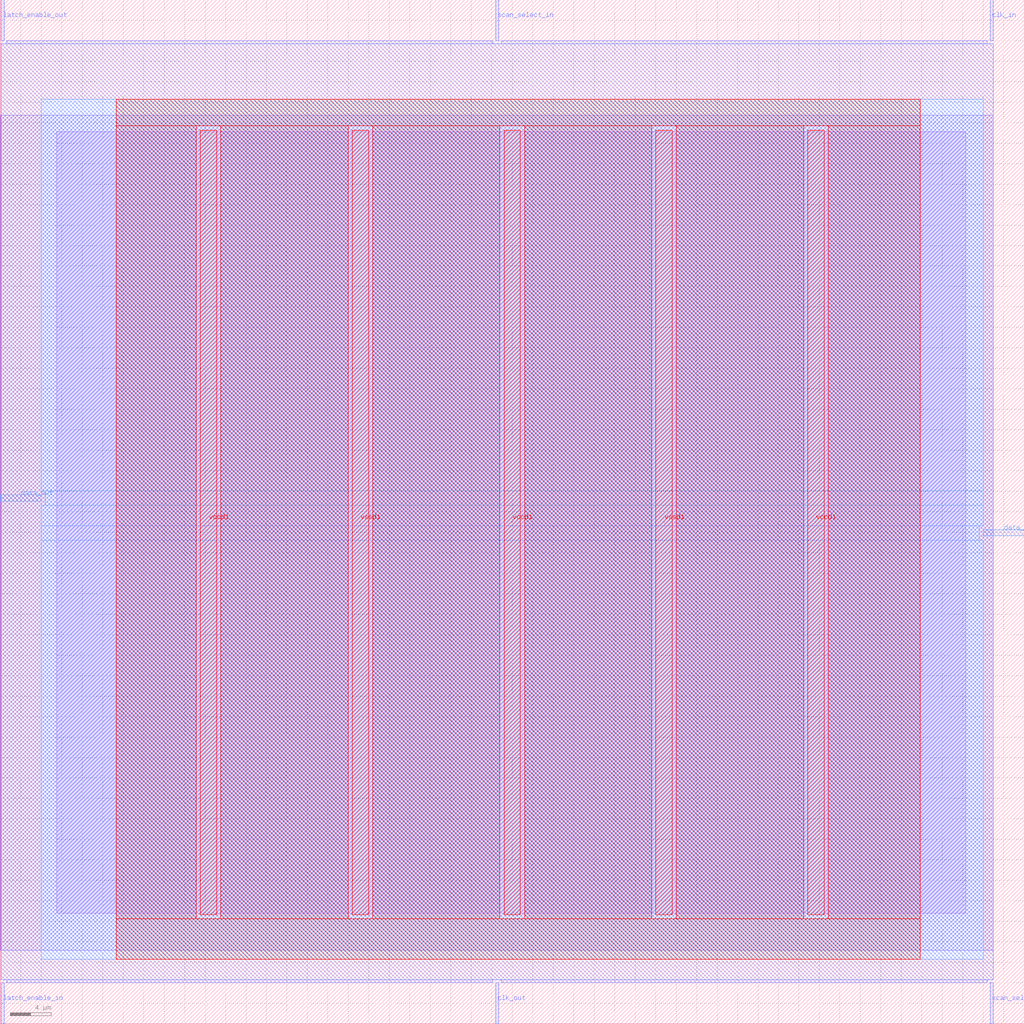
<source format=lef>
VERSION 5.7 ;
  NOWIREEXTENSIONATPIN ON ;
  DIVIDERCHAR "/" ;
  BUSBITCHARS "[]" ;
MACRO scan_wrapper_341449297858921043
  CLASS BLOCK ;
  FOREIGN scan_wrapper_341449297858921043 ;
  ORIGIN 0.000 0.000 ;
  SIZE 100.000 BY 100.000 ;
  PIN clk_in
    DIRECTION INPUT ;
    USE SIGNAL ;
    PORT
      LAYER met2 ;
        RECT 96.690 96.000 96.970 100.000 ;
    END
  END clk_in
  PIN clk_out
    DIRECTION OUTPUT TRISTATE ;
    USE SIGNAL ;
    PORT
      LAYER met2 ;
        RECT 48.390 0.000 48.670 4.000 ;
    END
  END clk_out
  PIN data_in
    DIRECTION INPUT ;
    USE SIGNAL ;
    PORT
      LAYER met3 ;
        RECT 96.000 47.640 100.000 48.240 ;
    END
  END data_in
  PIN data_out
    DIRECTION OUTPUT TRISTATE ;
    USE SIGNAL ;
    PORT
      LAYER met3 ;
        RECT 0.000 51.040 4.000 51.640 ;
    END
  END data_out
  PIN latch_enable_in
    DIRECTION INPUT ;
    USE SIGNAL ;
    PORT
      LAYER met2 ;
        RECT 0.090 0.000 0.370 4.000 ;
    END
  END latch_enable_in
  PIN latch_enable_out
    DIRECTION OUTPUT TRISTATE ;
    USE SIGNAL ;
    PORT
      LAYER met2 ;
        RECT 0.090 96.000 0.370 100.000 ;
    END
  END latch_enable_out
  PIN scan_select_in
    DIRECTION INPUT ;
    USE SIGNAL ;
    PORT
      LAYER met2 ;
        RECT 48.390 96.000 48.670 100.000 ;
    END
  END scan_select_in
  PIN scan_select_out
    DIRECTION OUTPUT TRISTATE ;
    USE SIGNAL ;
    PORT
      LAYER met2 ;
        RECT 96.690 0.000 96.970 4.000 ;
    END
  END scan_select_out
  PIN vccd1
    DIRECTION INPUT ;
    USE POWER ;
    PORT
      LAYER met4 ;
        RECT 19.550 10.640 21.150 87.280 ;
    END
    PORT
      LAYER met4 ;
        RECT 49.200 10.640 50.800 87.280 ;
    END
    PORT
      LAYER met4 ;
        RECT 78.855 10.640 80.455 87.280 ;
    END
  END vccd1
  PIN vssd1
    DIRECTION INPUT ;
    USE GROUND ;
    PORT
      LAYER met4 ;
        RECT 34.370 10.640 35.970 87.280 ;
    END
    PORT
      LAYER met4 ;
        RECT 64.025 10.640 65.625 87.280 ;
    END
  END vssd1
  OBS
      LAYER li1 ;
        RECT 5.520 10.795 94.300 87.125 ;
      LAYER met1 ;
        RECT 0.070 7.180 96.990 88.700 ;
      LAYER met2 ;
        RECT 0.650 95.720 48.110 96.000 ;
        RECT 48.950 95.720 96.410 96.000 ;
        RECT 0.100 4.280 96.960 95.720 ;
        RECT 0.650 4.000 48.110 4.280 ;
        RECT 48.950 4.000 96.410 4.280 ;
      LAYER met3 ;
        RECT 4.000 52.040 96.000 90.265 ;
        RECT 4.400 50.640 96.000 52.040 ;
        RECT 4.000 48.640 96.000 50.640 ;
        RECT 4.000 47.240 95.600 48.640 ;
        RECT 4.000 6.295 96.000 47.240 ;
      LAYER met4 ;
        RECT 11.335 87.680 89.865 90.265 ;
        RECT 11.335 10.240 19.150 87.680 ;
        RECT 21.550 10.240 33.970 87.680 ;
        RECT 36.370 10.240 48.800 87.680 ;
        RECT 51.200 10.240 63.625 87.680 ;
        RECT 66.025 10.240 78.455 87.680 ;
        RECT 80.855 10.240 89.865 87.680 ;
        RECT 11.335 6.295 89.865 10.240 ;
  END
END scan_wrapper_341449297858921043
END LIBRARY


</source>
